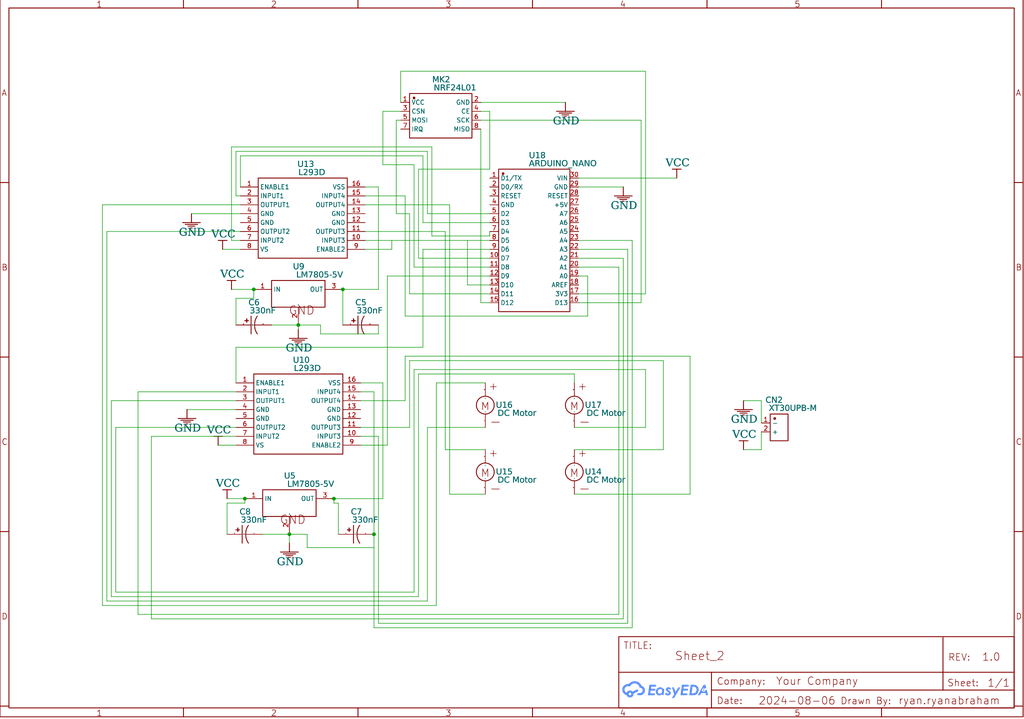
<source format=kicad_sch>
(kicad_sch (version 20231120) (generator "eeschema") (generator_version "8.0")
  (paper "User" 292.1 205.105)
  (lib_symbols
    (symbol "ARDUINO_NANO"
      (property "Reference" "U18" (at -1.4986 25.0825 0))
      (property "Value" "ARDUINO_NANO" (at -1.4986 22.8473 0))
      (symbol "ARDUINO_NANO_0_0"
        (pin unspecified line (at -12.7 17.78 0) (length 2.54) (name "D1/TX") (number "1"))
        (pin unspecified line (at -12.7 -5.08 0) (length 2.54) (name "D7") (number "10"))
        (pin unspecified line (at -12.7 -7.62 0) (length 2.54) (name "D8") (number "11"))
        (pin unspecified line (at -12.7 -10.16 0) (length 2.54) (name "D9") (number "12"))
        (pin unspecified line (at -12.7 -12.7 0) (length 2.54) (name "D10") (number "13"))
        (pin unspecified line (at -12.7 -15.24 0) (length 2.54) (name "D11") (number "14"))
        (pin unspecified line (at -12.7 -17.78 0) (length 2.54) (name "D12") (number "15"))
        (pin unspecified line (at 12.7 -17.78 180) (length 2.54) (name "D13") (number "16"))
        (pin unspecified line (at 12.7 -15.24 180) (length 2.54) (name "3V3") (number "17"))
        (pin unspecified line (at 12.7 -12.7 180) (length 2.54) (name "AREF") (number "18"))
        (pin unspecified line (at 12.7 -10.16 180) (length 2.54) (name "A0") (number "19"))
        (pin unspecified line (at -12.7 15.24 0) (length 2.54) (name "D0/RX") (number "2"))
        (pin unspecified line (at 12.7 -7.62 180) (length 2.54) (name "A1") (number "20"))
        (pin unspecified line (at 12.7 -5.08 180) (length 2.54) (name "A2") (number "21"))
        (pin unspecified line (at 12.7 -2.54 180) (length 2.54) (name "A3") (number "22"))
        (pin unspecified line (at 12.7 0 180) (length 2.54) (name "A4") (number "23"))
        (pin unspecified line (at 12.7 2.54 180) (length 2.54) (name "A5") (number "24"))
        (pin unspecified line (at 12.7 5.08 180) (length 2.54) (name "A6") (number "25"))
        (pin unspecified line (at 12.7 7.62 180) (length 2.54) (name "A7") (number "26"))
        (pin unspecified line (at 12.7 10.16 180) (length 2.54) (name "+5V") (number "27"))
        (pin unspecified line (at 12.7 12.7 180) (length 2.54) (name "RESET") (number "28"))
        (pin unspecified line (at 12.7 15.24 180) (length 2.54) (name "GND") (number "29"))
        (pin unspecified line (at -12.7 12.7 0) (length 2.54) (name "RESET") (number "3"))
        (pin unspecified line (at 12.7 17.78 180) (length 2.54) (name "VIN") (number "30"))
        (pin unspecified line (at -12.7 10.16 0) (length 2.54) (name "GND") (number "4"))
        (pin unspecified line (at -12.7 7.62 0) (length 2.54) (name "D2") (number "5"))
        (pin unspecified line (at -12.7 5.08 0) (length 2.54) (name "D3") (number "6"))
        (pin unspecified line (at -12.7 2.54 0) (length 2.54) (name "D4") (number "7"))
        (pin unspecified line (at -12.7 0 0) (length 2.54) (name "D5") (number "8"))
        (pin unspecified line (at -12.7 -2.54 0) (length 2.54) (name "D6") (number "9"))
      )
    )
    (symbol "CA45A-A-35V-0.33UF-K"
      (property "Reference" "C5" (at -1.4986 7.2517 0))
      (property "Value" "330nF" (at -1.4986 4.9911 0))
      (symbol "CA45A-A-35V-0.33UF-K_0_0"
        (pin unspecified line (at -5.08 0 0) (length 4.318) (name "1") (number "1"))
        (pin unspecified line (at 5.08 0 180) (length 4.826) (name "2") (number "2"))
      )
    )
    (symbol "CA45A-A-35V-0.33UF-K_1"
      (property "Reference" "C6" (at -1.4986 7.2517 0))
      (property "Value" "330nF" (at -1.4986 4.9911 0))
      (symbol "CA45A-A-35V-0.33UF-K_1_0_0"
        (pin unspecified line (at -5.08 0 0) (length 4.318) (name "1") (number "1"))
        (pin unspecified line (at 5.08 0 180) (length 4.826) (name "2") (number "2"))
      )
    )
    (symbol "CA45A-A-35V-0.33UF-K_2"
      (property "Reference" "C7" (at -1.4986 7.2517 0))
      (property "Value" "330nF" (at -1.4986 4.9911 0))
      (symbol "CA45A-A-35V-0.33UF-K_2_0_0"
        (pin unspecified line (at -5.08 0 0) (length 4.318) (name "1") (number "1"))
        (pin unspecified line (at 5.08 0 180) (length 4.826) (name "2") (number "2"))
      )
    )
    (symbol "CA45A-A-35V-0.33UF-K_3"
      (property "Reference" "C8" (at -1.4986 7.2517 0))
      (property "Value" "330nF" (at -1.4986 4.9911 0))
      (symbol "CA45A-A-35V-0.33UF-K_3_0_0"
        (pin unspecified line (at -5.08 0 0) (length 4.318) (name "1") (number "1"))
        (pin unspecified line (at 5.08 0 180) (length 4.826) (name "2") (number "2"))
      )
    )
    (symbol "DC Motor"
      (property "Reference" "U14" (at 3.048 2.1463 0))
      (property "Value" "DC Motor" (at 3.048 -0.1143 0))
      (symbol "DC Motor_0_0"
        (text "+" (at 0.8763 5.08 900) (effects (font (size 2.1717 2.1717)) (justify left top)))
        (text "-" (at 1.016 -1.6764 0) (effects (font (size 2.8956 2.8956)) (justify left top)))
        (text "M" (at -1.3462 2.2225 0) (effects (font (size 2.1717 2.1717)) (justify left top)))
        (pin unspecified line (at 0 -5.08 90) (length 3.81) (name "1") (number "1"))
        (pin unspecified line (at 0 7.62 270) (length 3.81) (name "2") (number "2"))
      )
    )
    (symbol "DC Motor_1"
      (property "Reference" "U15" (at 3.048 2.1463 0))
      (property "Value" "DC Motor" (at 3.048 -0.1143 0))
      (symbol "DC Motor_1_0_0"
        (text "+" (at 0.8763 5.08 900) (effects (font (size 2.1717 2.1717)) (justify left top)))
        (text "-" (at 1.016 -1.6764 0) (effects (font (size 2.8956 2.8956)) (justify left top)))
        (text "M" (at -1.3462 2.2225 0) (effects (font (size 2.1717 2.1717)) (justify left top)))
        (pin unspecified line (at 0 -5.08 90) (length 3.81) (name "1") (number "1"))
        (pin unspecified line (at 0 7.62 270) (length 3.81) (name "2") (number "2"))
      )
    )
    (symbol "DC Motor_2"
      (property "Reference" "U16" (at 3.048 2.1463 0))
      (property "Value" "DC Motor" (at 3.048 -0.1143 0))
      (symbol "DC Motor_2_0_0"
        (text "+" (at 0.8763 5.08 900) (effects (font (size 2.1717 2.1717)) (justify left top)))
        (text "-" (at 1.016 -1.6764 0) (effects (font (size 2.8956 2.8956)) (justify left top)))
        (text "M" (at -1.3462 2.2225 0) (effects (font (size 2.1717 2.1717)) (justify left top)))
        (pin unspecified line (at 0 -5.08 90) (length 3.81) (name "1") (number "1"))
        (pin unspecified line (at 0 7.62 270) (length 3.81) (name "2") (number "2"))
      )
    )
    (symbol "DC Motor_3"
      (property "Reference" "U17" (at 3.048 2.1463 0))
      (property "Value" "DC Motor" (at 3.048 -0.1143 0))
      (symbol "DC Motor_3_0_0"
        (text "+" (at 0.8763 5.08 900) (effects (font (size 2.1717 2.1717)) (justify left top)))
        (text "-" (at 1.016 -1.6764 0) (effects (font (size 2.8956 2.8956)) (justify left top)))
        (text "M" (at -1.3462 2.2225 0) (effects (font (size 2.1717 2.1717)) (justify left top)))
        (pin unspecified line (at 0 -5.08 90) (length 3.81) (name "1") (number "1"))
        (pin unspecified line (at 0 7.62 270) (length 3.81) (name "2") (number "2"))
      )
    )
    (symbol "GND" (power) (pin_numbers hide) (pin_names hide)
      (property "Value" "GND" (at 0 6.35 0))
      (symbol "GND_0_0"
        (pin power_in line (at 0 0 270) (length 0) (name "GND") (number "1"))
      )
    )
    (symbol "L293D"
      (property "Reference" "U10" (at -1.4986 17.5133 0))
      (property "Value" "L293D" (at -1.4986 15.2273 0))
      (symbol "L293D_0_0"
        (pin unspecified line (at -17.78 10.16 0) (length 5.08) (name "ENABLE1") (number "1"))
        (pin unspecified line (at 17.78 -5.08 180) (length 5.08) (name "INPUT3") (number "10"))
        (pin unspecified line (at 17.78 -2.54 180) (length 5.08) (name "OUTPUT3") (number "11"))
        (pin unspecified line (at 17.78 0 180) (length 5.08) (name "GND") (number "12"))
        (pin unspecified line (at 17.78 2.54 180) (length 5.08) (name "GND") (number "13"))
        (pin unspecified line (at 17.78 5.08 180) (length 5.08) (name "OUTPUT4") (number "14"))
        (pin unspecified line (at 17.78 7.62 180) (length 5.08) (name "INPUT4") (number "15"))
        (pin unspecified line (at 17.78 10.16 180) (length 5.08) (name "VSS") (number "16"))
        (pin unspecified line (at -17.78 7.62 0) (length 5.08) (name "INPUT1") (number "2"))
        (pin unspecified line (at -17.78 5.08 0) (length 5.08) (name "OUTPUT1") (number "3"))
        (pin unspecified line (at -17.78 2.54 0) (length 5.08) (name "GND") (number "4"))
        (pin unspecified line (at -17.78 0 0) (length 5.08) (name "GND") (number "5"))
        (pin unspecified line (at -17.78 -2.54 0) (length 5.08) (name "OUTPUT2") (number "6"))
        (pin unspecified line (at -17.78 -5.08 0) (length 5.08) (name "INPUT2") (number "7"))
        (pin unspecified line (at -17.78 -7.62 0) (length 5.08) (name "VS") (number "8"))
        (pin unspecified line (at 17.78 -7.62 180) (length 5.08) (name "ENABLE2") (number "9"))
      )
    )
    (symbol "L293D_1"
      (property "Reference" "U13" (at -1.4986 17.5133 0))
      (property "Value" "L293D" (at -1.4986 15.2273 0))
      (symbol "L293D_1_0_0"
        (pin unspecified line (at -17.78 10.16 0) (length 5.08) (name "ENABLE1") (number "1"))
        (pin unspecified line (at 17.78 -5.08 180) (length 5.08) (name "INPUT3") (number "10"))
        (pin unspecified line (at 17.78 -2.54 180) (length 5.08) (name "OUTPUT3") (number "11"))
        (pin unspecified line (at 17.78 0 180) (length 5.08) (name "GND") (number "12"))
        (pin unspecified line (at 17.78 2.54 180) (length 5.08) (name "GND") (number "13"))
        (pin unspecified line (at 17.78 5.08 180) (length 5.08) (name "OUTPUT4") (number "14"))
        (pin unspecified line (at 17.78 7.62 180) (length 5.08) (name "INPUT4") (number "15"))
        (pin unspecified line (at 17.78 10.16 180) (length 5.08) (name "VSS") (number "16"))
        (pin unspecified line (at -17.78 7.62 0) (length 5.08) (name "INPUT1") (number "2"))
        (pin unspecified line (at -17.78 5.08 0) (length 5.08) (name "OUTPUT1") (number "3"))
        (pin unspecified line (at -17.78 2.54 0) (length 5.08) (name "GND") (number "4"))
        (pin unspecified line (at -17.78 0 0) (length 5.08) (name "GND") (number "5"))
        (pin unspecified line (at -17.78 -2.54 0) (length 5.08) (name "OUTPUT2") (number "6"))
        (pin unspecified line (at -17.78 -5.08 0) (length 5.08) (name "INPUT2") (number "7"))
        (pin unspecified line (at -17.78 -7.62 0) (length 5.08) (name "VS") (number "8"))
        (pin unspecified line (at 17.78 -7.62 180) (length 5.08) (name "ENABLE2") (number "9"))
      )
    )
    (symbol "LM7805-5V"
      (property "Reference" "U5" (at -1.4986 7.3533 0))
      (property "Value" "LM7805-5V" (at -1.4986 5.0673 0))
      (symbol "LM7805-5V_0_0"
        (text "GND" (at -2.794 -4.572 0) (effects (font (size 2.413 2.413)) (justify left top)))
        (pin passive line (at -12.7 0 0) (length 5.08) (name "IN") (number "1"))
        (pin passive line (at 0 -10.16 90) (length 5.08) (name "GND") (number "2"))
        (pin passive line (at 12.7 0 180) (length 5.08) (name "OUT") (number "3"))
      )
    )
    (symbol "LM7805-5V_1"
      (property "Reference" "U9" (at -1.4986 7.3533 0))
      (property "Value" "LM7805-5V" (at -1.4986 5.0673 0))
      (symbol "LM7805-5V_1_0_0"
        (text "GND" (at -2.794 -4.572 0) (effects (font (size 2.413 2.413)) (justify left top)))
        (pin passive line (at -12.7 0 0) (length 5.08) (name "IN") (number "1"))
        (pin passive line (at 0 -10.16 90) (length 5.08) (name "GND") (number "2"))
        (pin passive line (at 12.7 0 180) (length 5.08) (name "OUT") (number "3"))
      )
    )
    (symbol "NRF24L01"
      (property "Reference" "MK2" (at -2.4384 11.1633 0))
      (property "Value" "NRF24L01" (at -2.4384 8.8773 0))
      (symbol "NRF24L01_0_0"
        (pin unspecified line (at -11.43 3.81 0) (length 2.54) (name "VCC") (number "1"))
        (pin unspecified line (at 11.43 3.81 180) (length 2.54) (name "GND") (number "2"))
        (pin unspecified line (at -11.43 1.27 0) (length 2.54) (name "CSN") (number "3"))
        (pin unspecified line (at 11.43 1.27 180) (length 2.54) (name "CE") (number "4"))
        (pin unspecified line (at -11.43 -1.27 0) (length 2.54) (name "MOSI") (number "5"))
        (pin unspecified line (at 11.43 -1.27 180) (length 2.54) (name "SCK") (number "6"))
        (pin unspecified line (at -11.43 -3.81 0) (length 2.54) (name "IRQ") (number "7"))
        (pin unspecified line (at 11.43 -3.81 180) (length 2.54) (name "MISO") (number "8"))
      )
    )
    (symbol "Unknown_0_-806"
      (symbol "Unknown_0_-806_0_0"
        (text "1" (at 27.432 -202.6539 0) (effects (font (size 1.6891 1.6891)) (justify left top)))
        (text "1" (at 27.432 -0.4699 0) (effects (font (size 1.6891 1.6891)) (justify left top)))
        (text "1.0" (at 280.0604 -186.3471 0) (effects (font (size 2.1717 2.1717)) (justify left top)))
        (text "1/1" (at 281.5844 -193.7639 0) (effects (font (size 2.1717 2.1717)) (justify left top)))
        (text "2" (at 77.216 -202.6539 0) (effects (font (size 1.6891 1.6891)) (justify left top)))
        (text "2" (at 77.216 -0.4699 0) (effects (font (size 1.6891 1.6891)) (justify left top)))
        (text "2024-08-06" (at 216.3064 -198.8439 0) (effects (font (size 2.1717 2.1717)) (justify left top)))
        (text "3" (at 127 -202.6539 0) (effects (font (size 1.6891 1.6891)) (justify left top)))
        (text "3" (at 127 -0.4699 0) (effects (font (size 1.6891 1.6891)) (justify left top)))
        (text "4" (at 176.784 -202.6539 0) (effects (font (size 1.6891 1.6891)) (justify left top)))
        (text "4" (at 176.784 -0.4699 0) (effects (font (size 1.6891 1.6891)) (justify left top)))
        (text "5" (at 226.568 -202.6539 0) (effects (font (size 1.6891 1.6891)) (justify left top)))
        (text "5" (at 226.568 -0.4699 0) (effects (font (size 1.6891 1.6891)) (justify left top)))
        (text "A" (at 0.381 -25.7429 0) (effects (font (size 1.6891 1.6891)) (justify left top)))
        (text "A" (at 289.687 -25.7429 0) (effects (font (size 1.6891 1.6891)) (justify left top)))
        (text "B" (at 0.381 -75.5269 0) (effects (font (size 1.6891 1.6891)) (justify left top)))
        (text "B" (at 289.687 -75.5269 0) (effects (font (size 1.6891 1.6891)) (justify left top)))
        (text "C" (at 0.381 -125.3109 0) (effects (font (size 1.6891 1.6891)) (justify left top)))
        (text "C" (at 289.687 -125.3109 0) (effects (font (size 1.6891 1.6891)) (justify left top)))
        (text "Company:" (at 204.3684 -193.4464 0) (effects (font (size 1.9304 1.9304)) (justify left top)))
        (text "D" (at 0.381 -175.0949 0) (effects (font (size 1.6891 1.6891)) (justify left top)))
        (text "D" (at 289.687 -175.0949 0) (effects (font (size 1.6891 1.6891)) (justify left top)))
        (text "Date:" (at 204.3684 -198.9836 0) (effects (font (size 1.9304 1.9304)) (justify left top)))
        (text "Drawn By:" (at 239.6744 -199.0344 0) (effects (font (size 1.9304 1.9304)) (justify left top)))
        (text "REV:" (at 270.4084 -186.5884 0) (effects (font (size 1.9304 1.9304)) (justify left top)))
        (text "ryan.ryanabraham" (at 256.1844 -198.7931 0) (effects (font (size 2.1717 2.1717)) (justify left top)))
        (text "Sheet:" (at 270.1544 -193.9036 0) (effects (font (size 1.9304 1.9304)) (justify left top)))
        (text "Sheet_2" (at 192.4304 -185.928 0) (effects (font (size 2.413 2.413)) (justify left top)))
        (text "TITLE:" (at 177.7746 -183.2356 0) (effects (font (size 1.9304 1.9304)) (justify left top)))
        (text "Your Company" (at 221.2848 -193.2305 0) (effects (font (size 2.1717 2.1717)) (justify left top)))
      )
    )
    (symbol "VCC" (power) (pin_numbers hide) (pin_names hide)
      (property "Value" "VCC" (at 0 3.81 0))
      (symbol "VCC_0_0"
        (pin power_in line (at 0 0 270) (length 0) (name "VCC") (number "1"))
      )
    )
    (symbol "XT30UPB-M"
      (property "Reference" "CN2" (at -3.8862 8.6487 0))
      (property "Value" "XT30UPB-M" (at -3.8862 6.3881 0))
      (symbol "XT30UPB-M_0_0"
        (pin unspecified line (at -5.08 1.27 0) (length 2.54) (name "-") (number "1"))
        (pin unspecified line (at -5.08 -1.27 0) (length 2.54) (name "+") (number "2"))
      )
    )
  )
  (junction (at 82.55 152.4))
  (junction (at 85.09 92.71))
  (junction (at 95.25 142.24))
  (junction (at 69.85 142.24))
  (junction (at 72.39 82.55))
  (junction (at 106.68 152.4))
  (junction (at 97.79 82.55))
  (wire (pts (xy 66.04 41.91) (xy 123.19 41.91)))
  (wire (pts (xy 67.31 111.76) (xy 39.37 111.76)))
  (wire (pts (xy 133.35 81.28) (xy 139.7 81.28)))
  (wire (pts (xy 113.03 60.96) (xy 116.84 60.96)))
  (wire (pts (xy 110.49 78.74) (xy 139.7 78.74)))
  (wire (pts (xy 115.57 55.88) (xy 115.57 90.17)))
  (wire (pts (xy 43.18 176.53) (xy 177.8 176.53)))
  (wire (pts (xy 104.14 68.58) (xy 139.7 68.58)))
  (wire (pts (xy 31.75 114.3) (xy 31.75 170.18)))
  (wire (pts (xy 137.16 31.75) (xy 139.7 31.75)))
  (wire (pts (xy 115.57 90.17) (xy 167.64 90.17)))
  (wire (pts (xy 68.58 53.34) (xy 68.58 44.45)))
  (wire (pts (xy 124.46 172.72) (xy 124.46 109.22)))
  (wire (pts (xy 67.31 99.06) (xy 120.65 99.06)))
  (wire (pts (xy 123.19 41.91) (xy 123.19 67.31)))
  (wire (pts (xy 179.07 177.8) (xy 179.07 71.12)))
  (wire (pts (xy 39.37 111.76) (xy 39.37 175.26)))
  (wire (pts (xy 177.8 176.53) (xy 177.8 73.66)))
  (wire (pts (xy 119.38 73.66) (xy 139.7 73.66)))
  (wire (pts (xy 107.95 124.46) (xy 107.95 177.8)))
  (wire (pts (xy 67.31 114.3) (xy 31.75 114.3)))
  (wire (pts (xy 102.87 121.92) (xy 116.84 121.92)))
  (wire (pts (xy 119.38 106.68) (xy 163.83 106.68)))
  (wire (pts (xy 87.63 156.21) (xy 87.63 152.4)))
  (wire (pts (xy 67.31 85.09) (xy 72.39 85.09)))
  (wire (pts (xy 97.79 92.71) (xy 97.79 82.55)))
  (wire (pts (xy 29.21 172.72) (xy 124.46 172.72)))
  (wire (pts (xy 97.79 82.55) (xy 107.95 82.55)))
  (wire (pts (xy 217.17 120.65) (xy 217.17 114.3)))
  (wire (pts (xy 106.68 152.4) (xy 106.68 179.07)))
  (wire (pts (xy 184.15 83.82) (xy 165.1 83.82)))
  (wire (pts (xy 113.03 34.29) (xy 113.03 60.96)))
  (wire (pts (xy 85.09 92.71) (xy 85.09 93.98)))
  (wire (pts (xy 196.85 101.6) (xy 196.85 140.97)))
  (wire (pts (xy 64.77 152.4) (xy 64.77 143.51)))
  (wire (pts (xy 67.31 92.71) (xy 67.31 85.09)))
  (wire (pts (xy 68.58 66.04) (xy 30.48 66.04)))
  (wire (pts (xy 137.16 36.83) (xy 137.16 86.36)))
  (wire (pts (xy 118.11 168.91) (xy 118.11 105.41)))
  (wire (pts (xy 139.7 31.75) (xy 139.7 48.26)))
  (wire (pts (xy 30.48 66.04) (xy 30.48 171.45)))
  (wire (pts (xy 82.55 152.4) (xy 74.93 152.4)))
  (wire (pts (xy 114.3 29.21) (xy 114.3 20.32)))
  (wire (pts (xy 118.11 76.2) (xy 139.7 76.2)))
  (wire (pts (xy 95.25 142.24) (xy 109.22 142.24)))
  (wire (pts (xy 128.27 140.97) (xy 138.43 140.97)))
  (wire (pts (xy 104.14 66.04) (xy 127 66.04)))
  (wire (pts (xy 107.95 92.71) (xy 107.95 95.25)))
  (wire (pts (xy 96.52 152.4) (xy 96.52 143.51)))
  (wire (pts (xy 106.68 179.07) (xy 180.34 179.07)))
  (wire (pts (xy 189.23 102.87) (xy 189.23 128.27)))
  (wire (pts (xy 68.58 71.12) (xy 63.5 71.12)))
  (wire (pts (xy 104.14 58.42) (xy 128.27 58.42)))
  (wire (pts (xy 110.49 127) (xy 110.49 78.74)))
  (wire (pts (xy 165.1 53.34) (xy 177.8 53.34)))
  (wire (pts (xy 167.64 90.17) (xy 167.64 78.74)))
  (wire (pts (xy 107.95 53.34) (xy 104.14 53.34)))
  (wire (pts (xy 109.22 142.24) (xy 109.22 109.22)))
  (wire (pts (xy 165.1 50.8) (xy 193.04 50.8)))
  (wire (pts (xy 124.46 109.22) (xy 138.43 109.22)))
  (wire (pts (xy 109.22 109.22) (xy 102.87 109.22)))
  (wire (pts (xy 43.18 124.46) (xy 43.18 176.53)))
  (wire (pts (xy 133.35 68.58) (xy 133.35 81.28)))
  (wire (pts (xy 184.15 121.92) (xy 163.83 121.92)))
  (wire (pts (xy 91.44 95.25) (xy 91.44 92.71)))
  (wire (pts (xy 119.38 48.26) (xy 119.38 73.66)))
  (wire (pts (xy 106.68 111.76) (xy 106.68 152.4)))
  (wire (pts (xy 39.37 175.26) (xy 176.53 175.26)))
  (wire (pts (xy 64.77 143.51) (xy 69.85 143.51)))
  (wire (pts (xy 118.11 46.99) (xy 118.11 76.2)))
  (wire (pts (xy 107.95 82.55) (xy 107.95 53.34)))
  (wire (pts (xy 177.8 73.66) (xy 165.1 73.66)))
  (wire (pts (xy 128.27 58.42) (xy 128.27 140.97)))
  (wire (pts (xy 67.31 121.92) (xy 33.02 121.92)))
  (wire (pts (xy 184.15 105.41) (xy 184.15 121.92)))
  (wire (pts (xy 114.3 20.32) (xy 184.15 20.32)))
  (wire (pts (xy 96.52 143.51) (xy 95.25 143.51)))
  (wire (pts (xy 67.31 127) (xy 62.23 127)))
  (wire (pts (xy 116.84 60.96) (xy 116.84 83.82)))
  (wire (pts (xy 69.85 143.51) (xy 69.85 142.24)))
  (wire (pts (xy 67.31 55.88) (xy 67.31 43.18)))
  (wire (pts (xy 121.92 60.96) (xy 139.7 60.96)))
  (wire (pts (xy 68.58 68.58) (xy 66.04 68.58)))
  (wire (pts (xy 120.65 71.12) (xy 139.7 71.12)))
  (wire (pts (xy 182.88 34.29) (xy 182.88 86.36)))
  (wire (pts (xy 30.48 171.45) (xy 121.92 171.45)))
  (wire (pts (xy 121.92 171.45) (xy 121.92 121.92)))
  (wire (pts (xy 184.15 20.32) (xy 184.15 83.82)))
  (wire (pts (xy 121.92 43.18) (xy 121.92 60.96)))
  (wire (pts (xy 217.17 123.19) (xy 217.17 128.27)))
  (wire (pts (xy 118.11 105.41) (xy 184.15 105.41)))
  (wire (pts (xy 102.87 111.76) (xy 106.68 111.76)))
  (wire (pts (xy 82.55 154.94) (xy 82.55 152.4)))
  (wire (pts (xy 106.68 156.21) (xy 87.63 156.21)))
  (wire (pts (xy 120.65 63.5) (xy 139.7 63.5)))
  (wire (pts (xy 102.87 124.46) (xy 107.95 124.46)))
  (wire (pts (xy 68.58 58.42) (xy 29.21 58.42)))
  (wire (pts (xy 163.83 106.68) (xy 163.83 109.22)))
  (wire (pts (xy 196.85 140.97) (xy 163.83 140.97)))
  (wire (pts (xy 31.75 170.18) (xy 119.38 170.18)))
  (wire (pts (xy 116.84 102.87) (xy 189.23 102.87)))
  (wire (pts (xy 69.85 142.24) (xy 64.77 142.24)))
  (wire (pts (xy 102.87 127) (xy 110.49 127)))
  (wire (pts (xy 111.76 71.12) (xy 111.76 68.58)))
  (wire (pts (xy 29.21 58.42) (xy 29.21 172.72)))
  (wire (pts (xy 91.44 92.71) (xy 85.09 92.71)))
  (wire (pts (xy 127 128.27) (xy 138.43 128.27)))
  (wire (pts (xy 137.16 86.36) (xy 139.7 86.36)))
  (wire (pts (xy 68.58 55.88) (xy 67.31 55.88)))
  (wire (pts (xy 77.47 92.71) (xy 85.09 92.71)))
  (wire (pts (xy 176.53 76.2) (xy 165.1 76.2)))
  (wire (pts (xy 217.17 128.27) (xy 212.09 128.27)))
  (wire (pts (xy 33.02 121.92) (xy 33.02 168.91)))
  (wire (pts (xy 114.3 34.29) (xy 113.03 34.29)))
  (wire (pts (xy 176.53 175.26) (xy 176.53 76.2)))
  (wire (pts (xy 127 66.04) (xy 127 128.27)))
  (wire (pts (xy 95.25 143.51) (xy 95.25 142.24)))
  (wire (pts (xy 115.57 101.6) (xy 196.85 101.6)))
  (wire (pts (xy 189.23 128.27) (xy 163.83 128.27)))
  (wire (pts (xy 114.3 31.75) (xy 109.22 31.75)))
  (wire (pts (xy 139.7 48.26) (xy 119.38 48.26)))
  (wire (pts (xy 72.39 85.09) (xy 72.39 82.55)))
  (wire (pts (xy 87.63 152.4) (xy 82.55 152.4)))
  (wire (pts (xy 104.14 55.88) (xy 115.57 55.88)))
  (wire (pts (xy 121.92 121.92) (xy 138.43 121.92)))
  (wire (pts (xy 179.07 71.12) (xy 165.1 71.12)))
  (wire (pts (xy 116.84 83.82) (xy 139.7 83.82)))
  (wire (pts (xy 67.31 116.84) (xy 53.34 116.84)))
  (wire (pts (xy 67.31 109.22) (xy 67.31 99.06)))
  (wire (pts (xy 182.88 86.36) (xy 165.1 86.36)))
  (wire (pts (xy 68.58 60.96) (xy 54.61 60.96)))
  (wire (pts (xy 107.95 177.8) (xy 179.07 177.8)))
  (wire (pts (xy 104.14 71.12) (xy 111.76 71.12)))
  (wire (pts (xy 109.22 46.99) (xy 118.11 46.99)))
  (wire (pts (xy 107.95 95.25) (xy 91.44 95.25)))
  (wire (pts (xy 137.16 34.29) (xy 182.88 34.29)))
  (wire (pts (xy 120.65 99.06) (xy 120.65 71.12)))
  (wire (pts (xy 33.02 168.91) (xy 118.11 168.91)))
  (wire (pts (xy 217.17 114.3) (xy 212.09 114.3)))
  (wire (pts (xy 68.58 44.45) (xy 120.65 44.45)))
  (wire (pts (xy 119.38 170.18) (xy 119.38 106.68)))
  (wire (pts (xy 167.64 78.74) (xy 165.1 78.74)))
  (wire (pts (xy 180.34 179.07) (xy 180.34 68.58)))
  (wire (pts (xy 67.31 124.46) (xy 43.18 124.46)))
  (wire (pts (xy 180.34 68.58) (xy 165.1 68.58)))
  (wire (pts (xy 66.04 68.58) (xy 66.04 41.91)))
  (wire (pts (xy 120.65 44.45) (xy 120.65 63.5)))
  (wire (pts (xy 123.19 67.31) (xy 139.7 67.31)))
  (wire (pts (xy 137.16 29.21) (xy 161.29 29.21)))
  (wire (pts (xy 102.87 114.3) (xy 115.57 114.3)))
  (wire (pts (xy 139.7 67.31) (xy 139.7 66.04)))
  (wire (pts (xy 115.57 114.3) (xy 115.57 101.6)))
  (wire (pts (xy 67.31 43.18) (xy 121.92 43.18)))
  (wire (pts (xy 109.22 31.75) (xy 109.22 46.99)))
  (wire (pts (xy 72.39 82.55) (xy 66.04 82.55)))
  (wire (pts (xy 116.84 121.92) (xy 116.84 102.87)))
  (symbol (lib_id "VCC") (at 66.04 82.55 0) (mirror x) (unit 0)
    (property "Reference" "#PWR0112" (effects (hide yes)))
    (property "Value" "VCC" (at 62.992 79.502 0) (effects (font (size 2.1717 2.1717)) (justify left top)))
    (property "Description" "Power symbol creates a global label with name 'VCC'" (effects (hide yes)))
  )
  (symbol (lib_id "VCC") (at 64.77 142.24 0) (mirror x) (unit 0)
    (property "Reference" "#PWR0101" (effects (hide yes)))
    (property "Value" "VCC" (at 61.722 139.192 0) (effects (font (size 2.1717 2.1717)) (justify left top)))
    (property "Description" "Power symbol creates a global label with name 'VCC'" (effects (hide yes)))
  )
  (symbol (lib_id "NRF24L01") (at 125.73 33.02 0) (unit 0)
    (property "Reference" "MK2" (at 123.2916 21.8567 0) (effects (font (size 1.6891 1.6891)) (justify left top)))
    (property "Value" "NRF24L01" (at 123.2916 24.1427 0) (effects (font (size 1.6891 1.6891)) (justify left top)))
    (property "Manufacturer Part" "NF-04" (effects (hide yes)))
    (property "Manufacturer" "Ai-Thinker(安信可)" (effects (hide yes)))
    (property "Supplier Part" "C90751" (effects (hide yes)))
    (property "Supplier" "LCSC" (effects (hide yes)))
  )
  (symbol (lib_id "VCC") (at 212.09 128.27 0) (mirror x) (unit 0)
    (property "Reference" "#PWR0108" (effects (hide yes)))
    (property "Value" "VCC" (at 209.042 125.222 0) (effects (font (size 2.1717 2.1717)) (justify left top)))
    (property "Description" "Power symbol creates a global label with name 'VCC'" (effects (hide yes)))
  )
  (symbol (lib_id "GND") (at 54.61 60.96 0) (unit 0)
    (property "Reference" "#PWR0113" (effects (hide yes)))
    (property "Value" "GND" (at 51.308 67.564 0) (effects (font (size 2.1717 2.1717)) (justify left bottom)))
    (property "Description" "Power symbol creates a global label with name 'GND'" (effects (hide yes)))
  )
  (symbol (lib_id "LM7805-5V") (at 82.55 142.24 0) (unit 0)
    (property "Reference" "U5" (at 81.0514 134.8867 0) (effects (font (size 1.6891 1.6891)) (justify left top)))
    (property "Value" "LM7805-5V" (at 81.0514 137.1727 0) (effects (font (size 1.6891 1.6891)) (justify left top)))
    (property "Manufacturer Part" "LM7805-5V" (effects (hide yes)))
    (property "Manufacturer" "null" (effects (hide yes)))
    (property "Supplier Part" "C9900008050" (effects (hide yes)))
    (property "Supplier" "LCSC" (effects (hide yes)))
  )
  (symbol (lib_id "GND") (at 53.34 116.84 0) (unit 0)
    (property "Reference" "#PWR0104" (effects (hide yes)))
    (property "Value" "GND" (at 50.038 123.444 0) (effects (font (size 2.1717 2.1717)) (justify left bottom)))
    (property "Description" "Power symbol creates a global label with name 'GND'" (effects (hide yes)))
  )
  (symbol (lib_id "VCC") (at 62.23 127 0) (mirror x) (unit 0)
    (property "Reference" "#PWR0103" (effects (hide yes)))
    (property "Value" "VCC" (at 59.182 123.952 0) (effects (font (size 2.1717 2.1717)) (justify left top)))
    (property "Description" "Power symbol creates a global label with name 'VCC'" (effects (hide yes)))
  )
  (symbol (lib_id "GND") (at 161.29 29.21 0) (unit 0)
    (property "Reference" "#PWR0110" (effects (hide yes)))
    (property "Value" "GND" (at 157.988 35.814 0) (effects (font (size 2.1717 2.1717)) (justify left bottom)))
    (property "Description" "Power symbol creates a global label with name 'GND'" (effects (hide yes)))
  )
  (symbol (lib_id "ARDUINO_NANO") (at 152.4 68.58 0) (unit 0)
    (property "Reference" "U18" (at 150.9014 43.4975 0) (effects (font (size 1.6891 1.6891)) (justify left top)))
    (property "Value" "ARDUINO_NANO" (at 150.9014 45.7327 0) (effects (font (size 1.6891 1.6891)) (justify left top)))
    (property "Manufacturer Part" "ARDUINO_NANO" (effects (hide yes)))
    (property "Manufacturer" "null" (effects (hide yes)))
    (property "Supplier Part" "C9900017879" (effects (hide yes)))
    (property "Supplier" "LCSC" (effects (hide yes)))
  )
  (symbol (lib_id "DC Motor") (at 163.83 135.89 0) (unit 0)
    (property "Reference" "U14" (at 166.878 133.7437 0) (effects (font (size 1.6891 1.6891)) (justify left top)))
    (property "Value" "DC Motor" (at 166.878 136.0043 0) (effects (font (size 1.6891 1.6891)) (justify left top)))
  )
  (symbol (lib_id "GND") (at 85.09 93.98 0) (unit 0)
    (property "Reference" "#PWR0105" (effects (hide yes)))
    (property "Value" "GND" (at 81.788 100.584 0) (effects (font (size 2.1717 2.1717)) (justify left bottom)))
    (property "Description" "Power symbol creates a global label with name 'GND'" (effects (hide yes)))
  )
  (symbol (lib_id "GND") (at 177.8 53.34 0) (unit 0)
    (property "Reference" "#PWR0107" (effects (hide yes)))
    (property "Value" "GND" (at 174.498 59.944 0) (effects (font (size 2.1717 2.1717)) (justify left bottom)))
    (property "Description" "Power symbol creates a global label with name 'GND'" (effects (hide yes)))
  )
  (symbol (lib_id "GND") (at 82.55 154.94 0) (unit 0)
    (property "Reference" "#PWR0102" (effects (hide yes)))
    (property "Value" "GND" (at 79.248 161.544 0) (effects (font (size 2.1717 2.1717)) (justify left bottom)))
    (property "Description" "Power symbol creates a global label with name 'GND'" (effects (hide yes)))
  )
  (symbol (lib_id "LM7805-5V_1") (at 85.09 82.55 0) (unit 0)
    (property "Reference" "U9" (at 83.5914 75.1967 0) (effects (font (size 1.6891 1.6891)) (justify left top)))
    (property "Value" "LM7805-5V" (at 83.5914 77.4827 0) (effects (font (size 1.6891 1.6891)) (justify left top)))
    (property "Manufacturer Part" "LM7805-5V" (effects (hide yes)))
    (property "Manufacturer" "null" (effects (hide yes)))
    (property "Supplier Part" "C9900008050" (effects (hide yes)))
    (property "Supplier" "LCSC" (effects (hide yes)))
  )
  (symbol (lib_id "VCC") (at 63.5 71.12 0) (mirror x) (unit 0)
    (property "Reference" "#PWR0111" (effects (hide yes)))
    (property "Value" "VCC" (at 60.452 68.072 0) (effects (font (size 2.1717 2.1717)) (justify left top)))
    (property "Description" "Power symbol creates a global label with name 'VCC'" (effects (hide yes)))
  )
  (symbol (lib_id "L293D") (at 85.09 119.38 0) (unit 0)
    (property "Reference" "U10" (at 83.5914 101.8667 0) (effects (font (size 1.6891 1.6891)) (justify left top)))
    (property "Value" "L293D" (at 83.5914 104.1527 0) (effects (font (size 1.6891 1.6891)) (justify left top)))
    (property "Manufacturer Part" "L293D" (effects (hide yes)))
    (property "Manufacturer" "ST(意法半导体)" (effects (hide yes)))
    (property "Supplier Part" "C12340" (effects (hide yes)))
    (property "Supplier" "LCSC" (effects (hide yes)))
  )
  (symbol (lib_id "XT30UPB-M") (at 222.25 121.92 0) (unit 0)
    (property "Reference" "CN2" (at 218.3638 113.2713 0) (effects (font (size 1.6891 1.6891)) (justify left top)))
    (property "Value" "XT30UPB-M" (at 218.3638 115.5319 0) (effects (font (size 1.6891 1.6891)) (justify left top)))
    (property "Manufacturer Part" "XT30UPB-M" (effects (hide yes)))
    (property "Manufacturer" "AMASS(艾迈斯)" (effects (hide yes)))
    (property "Supplier Part" "C428721" (effects (hide yes)))
    (property "Supplier" "LCSC" (effects (hide yes)))
  )
  (symbol (lib_id "DC Motor_2") (at 138.43 116.84 0) (unit 0)
    (property "Reference" "U16" (at 141.478 114.6937 0) (effects (font (size 1.6891 1.6891)) (justify left top)))
    (property "Value" "DC Motor" (at 141.478 116.9543 0) (effects (font (size 1.6891 1.6891)) (justify left top)))
  )
  (symbol (lib_id "DC Motor_3") (at 163.83 116.84 0) (unit 0)
    (property "Reference" "U17" (at 166.878 114.6937 0) (effects (font (size 1.6891 1.6891)) (justify left top)))
    (property "Value" "DC Motor" (at 166.878 116.9543 0) (effects (font (size 1.6891 1.6891)) (justify left top)))
  )
  (symbol (lib_id "L293D_1") (at 86.36 63.5 0) (unit 0)
    (property "Reference" "U13" (at 84.8614 45.9867 0) (effects (font (size 1.6891 1.6891)) (justify left top)))
    (property "Value" "L293D" (at 84.8614 48.2727 0) (effects (font (size 1.6891 1.6891)) (justify left top)))
    (property "Manufacturer Part" "L293D" (effects (hide yes)))
    (property "Manufacturer" "ST(意法半导体)" (effects (hide yes)))
    (property "Supplier Part" "C12340" (effects (hide yes)))
    (property "Supplier" "LCSC" (effects (hide yes)))
  )
  (symbol (lib_id "DC Motor_1") (at 138.43 135.89 0) (unit 0)
    (property "Reference" "U15" (at 141.478 133.7437 0) (effects (font (size 1.6891 1.6891)) (justify left top)))
    (property "Value" "DC Motor" (at 141.478 136.0043 0) (effects (font (size 1.6891 1.6891)) (justify left top)))
  )
  (symbol (lib_id "CA45A-A-35V-0.33UF-K_2") (at 101.6 152.4 0) (unit 0)
    (property "Reference" "C7" (at 100.1014 145.1483 0) (effects (font (size 1.6891 1.6891)) (justify left top)))
    (property "Value" "330nF" (at 100.1014 147.4089 0) (effects (font (size 1.6891 1.6891)) (justify left top)))
    (property "Manufacturer Part" "CA45A-A-35V-0.33UF-K" (effects (hide yes)))
    (property "Manufacturer" "CEC(振华新云)" (effects (hide yes)))
    (property "Supplier Part" "C2976917" (effects (hide yes)))
    (property "Supplier" "LCSC" (effects (hide yes)))
  )
  (symbol (lib_id "VCC") (at 193.04 50.8 0) (mirror x) (unit 0)
    (property "Reference" "#PWR0106" (effects (hide yes)))
    (property "Value" "VCC" (at 189.992 47.752 0) (effects (font (size 2.1717 2.1717)) (justify left top)))
    (property "Description" "Power symbol creates a global label with name 'VCC'" (effects (hide yes)))
  )
  (symbol (lib_id "CA45A-A-35V-0.33UF-K") (at 102.87 92.71 0) (unit 0)
    (property "Reference" "C5" (at 101.3714 85.4583 0) (effects (font (size 1.6891 1.6891)) (justify left top)))
    (property "Value" "330nF" (at 101.3714 87.7189 0) (effects (font (size 1.6891 1.6891)) (justify left top)))
    (property "Manufacturer Part" "CA45A-A-35V-0.33UF-K" (effects (hide yes)))
    (property "Manufacturer" "CEC(振华新云)" (effects (hide yes)))
    (property "Supplier Part" "C2976917" (effects (hide yes)))
    (property "Supplier" "LCSC" (effects (hide yes)))
  )
  (symbol (lib_id "Unknown_0_-806") (at 0 -0.254 0) (unit 0)
    (property "Reference" "A1" (effects (hide yes)))
    (property "Value" "A" (effects (hide yes)))
    (property "Manufacturer Part" "?" (effects (hide yes)))
  )
  (symbol (lib_id "CA45A-A-35V-0.33UF-K_1") (at 72.39 92.71 0) (unit 0)
    (property "Reference" "C6" (at 70.8914 85.4583 0) (effects (font (size 1.6891 1.6891)) (justify left top)))
    (property "Value" "330nF" (at 70.8914 87.7189 0) (effects (font (size 1.6891 1.6891)) (justify left top)))
    (property "Manufacturer Part" "CA45A-A-35V-0.33UF-K" (effects (hide yes)))
    (property "Manufacturer" "CEC(振华新云)" (effects (hide yes)))
    (property "Supplier Part" "C2976917" (effects (hide yes)))
    (property "Supplier" "LCSC" (effects (hide yes)))
  )
  (symbol (lib_id "GND") (at 212.09 114.3 0) (unit 0)
    (property "Reference" "#PWR0109" (effects (hide yes)))
    (property "Value" "GND" (at 208.788 120.904 0) (effects (font (size 2.1717 2.1717)) (justify left bottom)))
    (property "Description" "Power symbol creates a global label with name 'GND'" (effects (hide yes)))
  )
  (symbol (lib_id "CA45A-A-35V-0.33UF-K_3") (at 69.85 152.4 0) (unit 0)
    (property "Reference" "C8" (at 68.3514 145.1483 0) (effects (font (size 1.6891 1.6891)) (justify left top)))
    (property "Value" "330nF" (at 68.3514 147.4089 0) (effects (font (size 1.6891 1.6891)) (justify left top)))
    (property "Manufacturer Part" "CA45A-A-35V-0.33UF-K" (effects (hide yes)))
    (property "Manufacturer" "CEC(振华新云)" (effects (hide yes)))
    (property "Supplier Part" "C2976917" (effects (hide yes)))
    (property "Supplier" "LCSC" (effects (hide yes)))
  )
)
</source>
